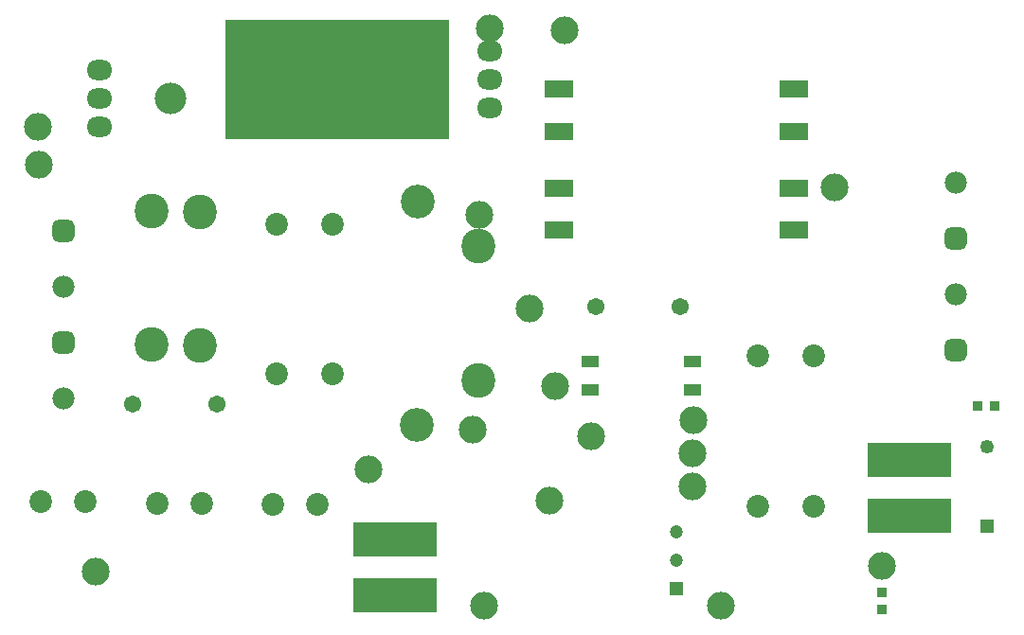
<source format=gbr>
%TF.GenerationSoftware,Altium Limited,Altium Designer,21.6.4 (81)*%
G04 Layer_Color=8388736*
%FSLAX43Y43*%
%MOMM*%
%TF.SameCoordinates,100B324C-8CEB-4A13-B8D1-7C84912F4746*%
%TF.FilePolarity,Negative*%
%TF.FileFunction,Soldermask,Top*%
%TF.Part,Single*%
G01*
G75*
%TA.AperFunction,TestPad*%
%ADD42R,1.200X1.200*%
%ADD43C,1.200*%
%ADD44R,1.250X1.250*%
%ADD45C,1.250*%
%TA.AperFunction,ComponentPad*%
%ADD92C,2.020*%
%TA.AperFunction,TestPad*%
%ADD93C,2.020*%
%ADD94C,2.489*%
%TA.AperFunction,ComponentPad*%
%ADD95C,3.020*%
%TA.AperFunction,TestPad*%
%ADD96C,1.544*%
%TA.AperFunction,ComponentPad*%
%ADD97C,2.489*%
%ADD98O,3.020X3.120*%
%TA.AperFunction,TestPad*%
G04:AMPARAMS|DCode=99|XSize=1.97mm|YSize=1.97mm|CornerRadius=0.497mm|HoleSize=0mm|Usage=FLASHONLY|Rotation=270.000|XOffset=0mm|YOffset=0mm|HoleType=Round|Shape=RoundedRectangle|*
%AMROUNDEDRECTD99*
21,1,1.970,0.975,0,0,270.0*
21,1,0.975,1.970,0,0,270.0*
1,1,0.995,-0.488,-0.488*
1,1,0.995,-0.488,0.488*
1,1,0.995,0.488,0.488*
1,1,0.995,0.488,-0.488*
%
%ADD99ROUNDEDRECTD99*%
%ADD100C,1.970*%
%ADD101O,2.306X1.798*%
%ADD102C,4.592*%
%TA.AperFunction,ComponentPad*%
%ADD103C,2.814*%
%ADD104O,2.306X1.798*%
%TA.AperFunction,NonConductor*%
%ADD142R,20.066X10.668*%
%TA.AperFunction,TestPad*%
%ADD143R,7.520X3.020*%
%ADD144R,0.920X0.870*%
%ADD145R,1.620X1.020*%
%ADD146R,2.520X1.520*%
%ADD147R,0.870X0.920*%
D42*
X60286Y3119D02*
D03*
D43*
Y5659D02*
D03*
Y8199D02*
D03*
D44*
X88036Y8769D02*
D03*
D45*
Y15869D02*
D03*
D92*
X28194Y10693D02*
D03*
X24194D02*
D03*
X29486Y22384D02*
D03*
X24486D02*
D03*
X17868Y10744D02*
D03*
X13868D02*
D03*
X7417Y10947D02*
D03*
X3417D02*
D03*
X24486Y35738D02*
D03*
X29486D02*
D03*
D93*
X67500Y10500D02*
D03*
X72500D02*
D03*
Y24000D02*
D03*
X67500D02*
D03*
D94*
X61722Y12294D02*
D03*
X47158Y28198D02*
D03*
X42062Y17404D02*
D03*
X48946Y11049D02*
D03*
X52603Y16789D02*
D03*
X3226Y44475D02*
D03*
X32741Y13792D02*
D03*
X49454Y21311D02*
D03*
X78613Y5159D02*
D03*
X64237Y1614D02*
D03*
X74371Y39065D02*
D03*
X8382Y4695D02*
D03*
X3293Y41097D02*
D03*
X61747Y18236D02*
D03*
X43025Y1602D02*
D03*
D95*
X37059Y17811D02*
D03*
X37109Y37786D02*
D03*
D96*
X11693Y19694D02*
D03*
X19193Y19669D02*
D03*
X53061Y28423D02*
D03*
X60561Y28398D02*
D03*
D97*
X50241Y53111D02*
D03*
X43580Y53238D02*
D03*
X42674Y36624D02*
D03*
X61722Y15265D02*
D03*
D98*
X42570Y21788D02*
D03*
Y33788D02*
D03*
X17678Y24886D02*
D03*
Y36886D02*
D03*
X13335Y36963D02*
D03*
Y24963D02*
D03*
D99*
X5500Y25171D02*
D03*
X5500Y35175D02*
D03*
X85234Y34497D02*
D03*
X85234Y24515D02*
D03*
D100*
X5500Y20171D02*
D03*
X5500Y30175D02*
D03*
X85234Y39497D02*
D03*
X85234Y29515D02*
D03*
D101*
X43557Y51232D02*
D03*
Y48692D02*
D03*
Y46152D02*
D03*
D102*
X23364Y48692D02*
D03*
D103*
X15037Y47015D02*
D03*
D104*
X8687Y44475D02*
D03*
Y47015D02*
D03*
Y49555D02*
D03*
D142*
X29968Y48691D02*
D03*
D143*
X35103Y2519D02*
D03*
Y7519D02*
D03*
X81077Y9667D02*
D03*
Y14667D02*
D03*
D144*
X78644Y1261D02*
D03*
Y2811D02*
D03*
D145*
X61674Y20904D02*
D03*
X52524Y23444D02*
D03*
X61674D02*
D03*
X52524Y20904D02*
D03*
D146*
X49774Y38989D02*
D03*
Y47829D02*
D03*
Y35229D02*
D03*
Y44069D02*
D03*
X70774Y38989D02*
D03*
Y35229D02*
D03*
Y44069D02*
D03*
Y47829D02*
D03*
D147*
X88701Y19474D02*
D03*
X87151D02*
D03*
%TF.MD5,df521896243db1b20669118ee5d145dd*%
M02*

</source>
